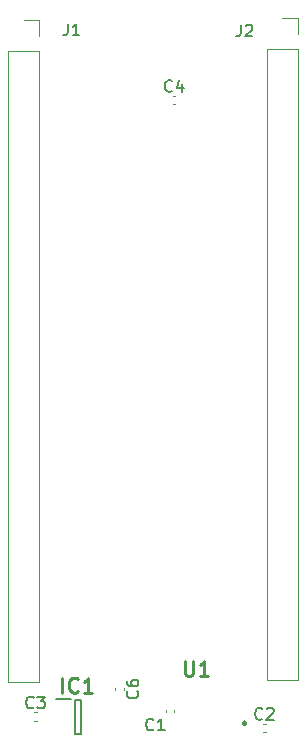
<source format=gbr>
%TF.GenerationSoftware,KiCad,Pcbnew,9.0.2*%
%TF.CreationDate,2025-06-27T21:37:16+02:00*%
%TF.ProjectId,flex_aufsatz,666c6578-5f61-4756-9673-61747a2e6b69,rev?*%
%TF.SameCoordinates,Original*%
%TF.FileFunction,Legend,Top*%
%TF.FilePolarity,Positive*%
%FSLAX46Y46*%
G04 Gerber Fmt 4.6, Leading zero omitted, Abs format (unit mm)*
G04 Created by KiCad (PCBNEW 9.0.2) date 2025-06-27 21:37:16*
%MOMM*%
%LPD*%
G01*
G04 APERTURE LIST*
%ADD10C,0.150000*%
%ADD11C,0.254000*%
%ADD12C,0.120000*%
%ADD13C,0.200000*%
%ADD14C,0.250000*%
G04 APERTURE END LIST*
D10*
X101116666Y-99104819D02*
X101116666Y-99819104D01*
X101116666Y-99819104D02*
X101069047Y-99961961D01*
X101069047Y-99961961D02*
X100973809Y-100057200D01*
X100973809Y-100057200D02*
X100830952Y-100104819D01*
X100830952Y-100104819D02*
X100735714Y-100104819D01*
X102116666Y-100104819D02*
X101545238Y-100104819D01*
X101830952Y-100104819D02*
X101830952Y-99104819D01*
X101830952Y-99104819D02*
X101735714Y-99247676D01*
X101735714Y-99247676D02*
X101640476Y-99342914D01*
X101640476Y-99342914D02*
X101545238Y-99390533D01*
D11*
X100660237Y-155749318D02*
X100660237Y-154479318D01*
X101990714Y-155628365D02*
X101930238Y-155688842D01*
X101930238Y-155688842D02*
X101748809Y-155749318D01*
X101748809Y-155749318D02*
X101627857Y-155749318D01*
X101627857Y-155749318D02*
X101446428Y-155688842D01*
X101446428Y-155688842D02*
X101325476Y-155567889D01*
X101325476Y-155567889D02*
X101264999Y-155446937D01*
X101264999Y-155446937D02*
X101204523Y-155205032D01*
X101204523Y-155205032D02*
X101204523Y-155023603D01*
X101204523Y-155023603D02*
X101264999Y-154781699D01*
X101264999Y-154781699D02*
X101325476Y-154660746D01*
X101325476Y-154660746D02*
X101446428Y-154539794D01*
X101446428Y-154539794D02*
X101627857Y-154479318D01*
X101627857Y-154479318D02*
X101748809Y-154479318D01*
X101748809Y-154479318D02*
X101930238Y-154539794D01*
X101930238Y-154539794D02*
X101990714Y-154600270D01*
X103200238Y-155749318D02*
X102474523Y-155749318D01*
X102837380Y-155749318D02*
X102837380Y-154479318D01*
X102837380Y-154479318D02*
X102716428Y-154660746D01*
X102716428Y-154660746D02*
X102595476Y-154781699D01*
X102595476Y-154781699D02*
X102474523Y-154842175D01*
D10*
X117603333Y-157949580D02*
X117555714Y-157997200D01*
X117555714Y-157997200D02*
X117412857Y-158044819D01*
X117412857Y-158044819D02*
X117317619Y-158044819D01*
X117317619Y-158044819D02*
X117174762Y-157997200D01*
X117174762Y-157997200D02*
X117079524Y-157901961D01*
X117079524Y-157901961D02*
X117031905Y-157806723D01*
X117031905Y-157806723D02*
X116984286Y-157616247D01*
X116984286Y-157616247D02*
X116984286Y-157473390D01*
X116984286Y-157473390D02*
X117031905Y-157282914D01*
X117031905Y-157282914D02*
X117079524Y-157187676D01*
X117079524Y-157187676D02*
X117174762Y-157092438D01*
X117174762Y-157092438D02*
X117317619Y-157044819D01*
X117317619Y-157044819D02*
X117412857Y-157044819D01*
X117412857Y-157044819D02*
X117555714Y-157092438D01*
X117555714Y-157092438D02*
X117603333Y-157140057D01*
X117984286Y-157140057D02*
X118031905Y-157092438D01*
X118031905Y-157092438D02*
X118127143Y-157044819D01*
X118127143Y-157044819D02*
X118365238Y-157044819D01*
X118365238Y-157044819D02*
X118460476Y-157092438D01*
X118460476Y-157092438D02*
X118508095Y-157140057D01*
X118508095Y-157140057D02*
X118555714Y-157235295D01*
X118555714Y-157235295D02*
X118555714Y-157330533D01*
X118555714Y-157330533D02*
X118508095Y-157473390D01*
X118508095Y-157473390D02*
X117936667Y-158044819D01*
X117936667Y-158044819D02*
X118555714Y-158044819D01*
X108383333Y-158859580D02*
X108335714Y-158907200D01*
X108335714Y-158907200D02*
X108192857Y-158954819D01*
X108192857Y-158954819D02*
X108097619Y-158954819D01*
X108097619Y-158954819D02*
X107954762Y-158907200D01*
X107954762Y-158907200D02*
X107859524Y-158811961D01*
X107859524Y-158811961D02*
X107811905Y-158716723D01*
X107811905Y-158716723D02*
X107764286Y-158526247D01*
X107764286Y-158526247D02*
X107764286Y-158383390D01*
X107764286Y-158383390D02*
X107811905Y-158192914D01*
X107811905Y-158192914D02*
X107859524Y-158097676D01*
X107859524Y-158097676D02*
X107954762Y-158002438D01*
X107954762Y-158002438D02*
X108097619Y-157954819D01*
X108097619Y-157954819D02*
X108192857Y-157954819D01*
X108192857Y-157954819D02*
X108335714Y-158002438D01*
X108335714Y-158002438D02*
X108383333Y-158050057D01*
X109335714Y-158954819D02*
X108764286Y-158954819D01*
X109050000Y-158954819D02*
X109050000Y-157954819D01*
X109050000Y-157954819D02*
X108954762Y-158097676D01*
X108954762Y-158097676D02*
X108859524Y-158192914D01*
X108859524Y-158192914D02*
X108764286Y-158240533D01*
X107019580Y-155616666D02*
X107067200Y-155664285D01*
X107067200Y-155664285D02*
X107114819Y-155807142D01*
X107114819Y-155807142D02*
X107114819Y-155902380D01*
X107114819Y-155902380D02*
X107067200Y-156045237D01*
X107067200Y-156045237D02*
X106971961Y-156140475D01*
X106971961Y-156140475D02*
X106876723Y-156188094D01*
X106876723Y-156188094D02*
X106686247Y-156235713D01*
X106686247Y-156235713D02*
X106543390Y-156235713D01*
X106543390Y-156235713D02*
X106352914Y-156188094D01*
X106352914Y-156188094D02*
X106257676Y-156140475D01*
X106257676Y-156140475D02*
X106162438Y-156045237D01*
X106162438Y-156045237D02*
X106114819Y-155902380D01*
X106114819Y-155902380D02*
X106114819Y-155807142D01*
X106114819Y-155807142D02*
X106162438Y-155664285D01*
X106162438Y-155664285D02*
X106210057Y-155616666D01*
X106114819Y-154759523D02*
X106114819Y-154949999D01*
X106114819Y-154949999D02*
X106162438Y-155045237D01*
X106162438Y-155045237D02*
X106210057Y-155092856D01*
X106210057Y-155092856D02*
X106352914Y-155188094D01*
X106352914Y-155188094D02*
X106543390Y-155235713D01*
X106543390Y-155235713D02*
X106924342Y-155235713D01*
X106924342Y-155235713D02*
X107019580Y-155188094D01*
X107019580Y-155188094D02*
X107067200Y-155140475D01*
X107067200Y-155140475D02*
X107114819Y-155045237D01*
X107114819Y-155045237D02*
X107114819Y-154854761D01*
X107114819Y-154854761D02*
X107067200Y-154759523D01*
X107067200Y-154759523D02*
X107019580Y-154711904D01*
X107019580Y-154711904D02*
X106924342Y-154664285D01*
X106924342Y-154664285D02*
X106686247Y-154664285D01*
X106686247Y-154664285D02*
X106591009Y-154711904D01*
X106591009Y-154711904D02*
X106543390Y-154759523D01*
X106543390Y-154759523D02*
X106495771Y-154854761D01*
X106495771Y-154854761D02*
X106495771Y-155045237D01*
X106495771Y-155045237D02*
X106543390Y-155140475D01*
X106543390Y-155140475D02*
X106591009Y-155188094D01*
X106591009Y-155188094D02*
X106686247Y-155235713D01*
D11*
X111032380Y-153054318D02*
X111032380Y-154082413D01*
X111032380Y-154082413D02*
X111092857Y-154203365D01*
X111092857Y-154203365D02*
X111153333Y-154263842D01*
X111153333Y-154263842D02*
X111274285Y-154324318D01*
X111274285Y-154324318D02*
X111516190Y-154324318D01*
X111516190Y-154324318D02*
X111637142Y-154263842D01*
X111637142Y-154263842D02*
X111697619Y-154203365D01*
X111697619Y-154203365D02*
X111758095Y-154082413D01*
X111758095Y-154082413D02*
X111758095Y-153054318D01*
X113028095Y-154324318D02*
X112302380Y-154324318D01*
X112665237Y-154324318D02*
X112665237Y-153054318D01*
X112665237Y-153054318D02*
X112544285Y-153235746D01*
X112544285Y-153235746D02*
X112423333Y-153356699D01*
X112423333Y-153356699D02*
X112302380Y-153417175D01*
D10*
X115766666Y-99204819D02*
X115766666Y-99919104D01*
X115766666Y-99919104D02*
X115719047Y-100061961D01*
X115719047Y-100061961D02*
X115623809Y-100157200D01*
X115623809Y-100157200D02*
X115480952Y-100204819D01*
X115480952Y-100204819D02*
X115385714Y-100204819D01*
X116195238Y-99300057D02*
X116242857Y-99252438D01*
X116242857Y-99252438D02*
X116338095Y-99204819D01*
X116338095Y-99204819D02*
X116576190Y-99204819D01*
X116576190Y-99204819D02*
X116671428Y-99252438D01*
X116671428Y-99252438D02*
X116719047Y-99300057D01*
X116719047Y-99300057D02*
X116766666Y-99395295D01*
X116766666Y-99395295D02*
X116766666Y-99490533D01*
X116766666Y-99490533D02*
X116719047Y-99633390D01*
X116719047Y-99633390D02*
X116147619Y-100204819D01*
X116147619Y-100204819D02*
X116766666Y-100204819D01*
X98233333Y-156999580D02*
X98185714Y-157047200D01*
X98185714Y-157047200D02*
X98042857Y-157094819D01*
X98042857Y-157094819D02*
X97947619Y-157094819D01*
X97947619Y-157094819D02*
X97804762Y-157047200D01*
X97804762Y-157047200D02*
X97709524Y-156951961D01*
X97709524Y-156951961D02*
X97661905Y-156856723D01*
X97661905Y-156856723D02*
X97614286Y-156666247D01*
X97614286Y-156666247D02*
X97614286Y-156523390D01*
X97614286Y-156523390D02*
X97661905Y-156332914D01*
X97661905Y-156332914D02*
X97709524Y-156237676D01*
X97709524Y-156237676D02*
X97804762Y-156142438D01*
X97804762Y-156142438D02*
X97947619Y-156094819D01*
X97947619Y-156094819D02*
X98042857Y-156094819D01*
X98042857Y-156094819D02*
X98185714Y-156142438D01*
X98185714Y-156142438D02*
X98233333Y-156190057D01*
X98566667Y-156094819D02*
X99185714Y-156094819D01*
X99185714Y-156094819D02*
X98852381Y-156475771D01*
X98852381Y-156475771D02*
X98995238Y-156475771D01*
X98995238Y-156475771D02*
X99090476Y-156523390D01*
X99090476Y-156523390D02*
X99138095Y-156571009D01*
X99138095Y-156571009D02*
X99185714Y-156666247D01*
X99185714Y-156666247D02*
X99185714Y-156904342D01*
X99185714Y-156904342D02*
X99138095Y-156999580D01*
X99138095Y-156999580D02*
X99090476Y-157047200D01*
X99090476Y-157047200D02*
X98995238Y-157094819D01*
X98995238Y-157094819D02*
X98709524Y-157094819D01*
X98709524Y-157094819D02*
X98614286Y-157047200D01*
X98614286Y-157047200D02*
X98566667Y-156999580D01*
X109963333Y-104799580D02*
X109915714Y-104847200D01*
X109915714Y-104847200D02*
X109772857Y-104894819D01*
X109772857Y-104894819D02*
X109677619Y-104894819D01*
X109677619Y-104894819D02*
X109534762Y-104847200D01*
X109534762Y-104847200D02*
X109439524Y-104751961D01*
X109439524Y-104751961D02*
X109391905Y-104656723D01*
X109391905Y-104656723D02*
X109344286Y-104466247D01*
X109344286Y-104466247D02*
X109344286Y-104323390D01*
X109344286Y-104323390D02*
X109391905Y-104132914D01*
X109391905Y-104132914D02*
X109439524Y-104037676D01*
X109439524Y-104037676D02*
X109534762Y-103942438D01*
X109534762Y-103942438D02*
X109677619Y-103894819D01*
X109677619Y-103894819D02*
X109772857Y-103894819D01*
X109772857Y-103894819D02*
X109915714Y-103942438D01*
X109915714Y-103942438D02*
X109963333Y-103990057D01*
X110820476Y-104228152D02*
X110820476Y-104894819D01*
X110582381Y-103847200D02*
X110344286Y-104561485D01*
X110344286Y-104561485D02*
X110963333Y-104561485D01*
D12*
%TO.C,J1*%
X96070000Y-101430000D02*
X96070000Y-154830000D01*
X96070000Y-101430000D02*
X98730000Y-101430000D01*
X96070000Y-154830000D02*
X98730000Y-154830000D01*
X97400000Y-98830000D02*
X98730000Y-98830000D01*
X98730000Y-98830000D02*
X98730000Y-100160000D01*
X98730000Y-101430000D02*
X98730000Y-154830000D01*
D13*
%TO.C,IC1*%
X100125000Y-156300000D02*
X101375000Y-156300000D01*
X101725000Y-156350000D02*
X102275000Y-156350000D01*
X101725000Y-159250000D02*
X101725000Y-156350000D01*
X102275000Y-156350000D02*
X102275000Y-159250000D01*
X102275000Y-159250000D02*
X101725000Y-159250000D01*
D12*
%TO.C,C2*%
X117662164Y-158390000D02*
X117877836Y-158390000D01*
X117662164Y-159110000D02*
X117877836Y-159110000D01*
%TO.C,C1*%
X109440000Y-157407836D02*
X109440000Y-157192164D01*
X110160000Y-157407836D02*
X110160000Y-157192164D01*
%TO.C,C6*%
X105140000Y-155342164D02*
X105140000Y-155557836D01*
X105860000Y-155342164D02*
X105860000Y-155557836D01*
D14*
%TO.C,U1*%
X116225000Y-158350000D02*
G75*
G02*
X115975000Y-158350000I-125000J0D01*
G01*
X115975000Y-158350000D02*
G75*
G02*
X116225000Y-158350000I125000J0D01*
G01*
D12*
%TO.C,J2*%
X117970000Y-101270000D02*
X117970000Y-154670000D01*
X117970000Y-101270000D02*
X120630000Y-101270000D01*
X117970000Y-154670000D02*
X120630000Y-154670000D01*
X119300000Y-98670000D02*
X120630000Y-98670000D01*
X120630000Y-98670000D02*
X120630000Y-100000000D01*
X120630000Y-101270000D02*
X120630000Y-154670000D01*
%TO.C,C3*%
X98292164Y-157440000D02*
X98507836Y-157440000D01*
X98292164Y-158160000D02*
X98507836Y-158160000D01*
%TO.C,C4*%
X110022164Y-105240000D02*
X110237836Y-105240000D01*
X110022164Y-105960000D02*
X110237836Y-105960000D01*
%TD*%
M02*

</source>
